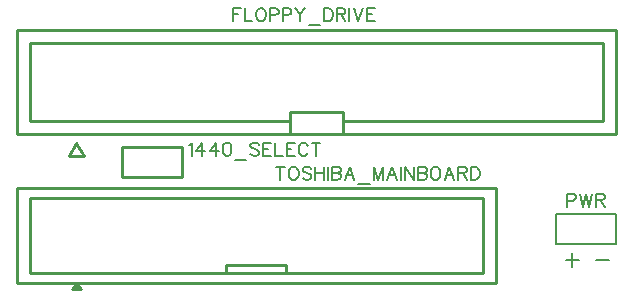
<source format=gto>
G04 Layer: TopSilkscreenLayer*
G04 EasyEDA v6.5.5, 2022-06-09 08:05:29*
G04 69c24ae5296d417eb78979a02e7a08e9,9bf960991b9d4efa812b5d32ee5e6833,10*
G04 Gerber Generator version 0.2*
G04 Scale: 100 percent, Rotated: No, Reflected: No *
G04 Dimensions in millimeters *
G04 leading zeros omitted , absolute positions ,4 integer and 5 decimal *
%FSLAX45Y45*%
%MOMM*%

%ADD10C,0.2540*%
%ADD12C,0.2032*%
%ADD21C,0.1524*%

%LPD*%
D12*
X5619750Y7170673D02*
G01*
X5619750Y7056120D01*
X5562600Y7113523D02*
G01*
X5677154Y7113523D01*
X5817108Y7113523D02*
G01*
X5931661Y7113523D01*
D21*
X2374900Y8082787D02*
G01*
X2385313Y8088121D01*
X2400808Y8103615D01*
X2400808Y7994650D01*
X2487168Y8103615D02*
G01*
X2435097Y8030971D01*
X2513075Y8030971D01*
X2487168Y8103615D02*
G01*
X2487168Y7994650D01*
X2599436Y8103615D02*
G01*
X2547365Y8030971D01*
X2625343Y8030971D01*
X2599436Y8103615D02*
G01*
X2599436Y7994650D01*
X2690875Y8103615D02*
G01*
X2675127Y8098536D01*
X2664713Y8082787D01*
X2659634Y8056879D01*
X2659634Y8041386D01*
X2664713Y8015223D01*
X2675127Y7999729D01*
X2690875Y7994650D01*
X2701290Y7994650D01*
X2716784Y7999729D01*
X2727197Y8015223D01*
X2732277Y8041386D01*
X2732277Y8056879D01*
X2727197Y8082787D01*
X2716784Y8098536D01*
X2701290Y8103615D01*
X2690875Y8103615D01*
X2766568Y7958073D02*
G01*
X2860040Y7958073D01*
X2967227Y8088121D02*
G01*
X2956813Y8098536D01*
X2941320Y8103615D01*
X2920491Y8103615D01*
X2904743Y8098536D01*
X2894329Y8088121D01*
X2894329Y8077708D01*
X2899663Y8067294D01*
X2904743Y8061960D01*
X2915158Y8056879D01*
X2946400Y8046465D01*
X2956813Y8041386D01*
X2961893Y8036052D01*
X2967227Y8025637D01*
X2967227Y8010144D01*
X2956813Y7999729D01*
X2941320Y7994650D01*
X2920491Y7994650D01*
X2904743Y7999729D01*
X2894329Y8010144D01*
X3001518Y8103615D02*
G01*
X3001518Y7994650D01*
X3001518Y8103615D02*
G01*
X3069081Y8103615D01*
X3001518Y8051800D02*
G01*
X3042920Y8051800D01*
X3001518Y7994650D02*
G01*
X3069081Y7994650D01*
X3103372Y8103615D02*
G01*
X3103372Y7994650D01*
X3103372Y7994650D02*
G01*
X3165602Y7994650D01*
X3199891Y8103615D02*
G01*
X3199891Y7994650D01*
X3199891Y8103615D02*
G01*
X3267456Y8103615D01*
X3199891Y8051800D02*
G01*
X3241547Y8051800D01*
X3199891Y7994650D02*
G01*
X3267456Y7994650D01*
X3379724Y8077708D02*
G01*
X3374390Y8088121D01*
X3364229Y8098536D01*
X3353815Y8103615D01*
X3332988Y8103615D01*
X3322574Y8098536D01*
X3312159Y8088121D01*
X3307079Y8077708D01*
X3301745Y8061960D01*
X3301745Y8036052D01*
X3307079Y8020558D01*
X3312159Y8010144D01*
X3322574Y7999729D01*
X3332988Y7994650D01*
X3353815Y7994650D01*
X3364229Y7999729D01*
X3374390Y8010144D01*
X3379724Y8020558D01*
X3450336Y8103615D02*
G01*
X3450336Y7994650D01*
X3414013Y8103615D02*
G01*
X3486658Y8103615D01*
X2743200Y9243044D02*
G01*
X2743200Y9134078D01*
X2743200Y9243044D02*
G01*
X2810763Y9243044D01*
X2743200Y9191228D02*
G01*
X2784856Y9191228D01*
X2845054Y9243044D02*
G01*
X2845054Y9134078D01*
X2845054Y9134078D02*
G01*
X2907284Y9134078D01*
X2972815Y9243044D02*
G01*
X2962402Y9237964D01*
X2951988Y9227550D01*
X2946908Y9217136D01*
X2941574Y9201388D01*
X2941574Y9175480D01*
X2946908Y9159986D01*
X2951988Y9149572D01*
X2962402Y9139158D01*
X2972815Y9134078D01*
X2993643Y9134078D01*
X3004058Y9139158D01*
X3014472Y9149572D01*
X3019552Y9159986D01*
X3024886Y9175480D01*
X3024886Y9201388D01*
X3019552Y9217136D01*
X3014472Y9227550D01*
X3004058Y9237964D01*
X2993643Y9243044D01*
X2972815Y9243044D01*
X3059175Y9243044D02*
G01*
X3059175Y9134078D01*
X3059175Y9243044D02*
G01*
X3105911Y9243044D01*
X3121406Y9237964D01*
X3126740Y9232630D01*
X3131820Y9222216D01*
X3131820Y9206722D01*
X3126740Y9196308D01*
X3121406Y9191228D01*
X3105911Y9185894D01*
X3059175Y9185894D01*
X3166109Y9243044D02*
G01*
X3166109Y9134078D01*
X3166109Y9243044D02*
G01*
X3212845Y9243044D01*
X3228340Y9237964D01*
X3233674Y9232630D01*
X3238754Y9222216D01*
X3238754Y9206722D01*
X3233674Y9196308D01*
X3228340Y9191228D01*
X3212845Y9185894D01*
X3166109Y9185894D01*
X3273043Y9243044D02*
G01*
X3314700Y9191228D01*
X3314700Y9134078D01*
X3356356Y9243044D02*
G01*
X3314700Y9191228D01*
X3390645Y9097502D02*
G01*
X3484118Y9097502D01*
X3518408Y9243044D02*
G01*
X3518408Y9134078D01*
X3518408Y9243044D02*
G01*
X3554729Y9243044D01*
X3570224Y9237964D01*
X3580638Y9227550D01*
X3585972Y9217136D01*
X3591052Y9201388D01*
X3591052Y9175480D01*
X3585972Y9159986D01*
X3580638Y9149572D01*
X3570224Y9139158D01*
X3554729Y9134078D01*
X3518408Y9134078D01*
X3625341Y9243044D02*
G01*
X3625341Y9134078D01*
X3625341Y9243044D02*
G01*
X3672077Y9243044D01*
X3687825Y9237964D01*
X3692906Y9232630D01*
X3698240Y9222216D01*
X3698240Y9211802D01*
X3692906Y9201388D01*
X3687825Y9196308D01*
X3672077Y9191228D01*
X3625341Y9191228D01*
X3661663Y9191228D02*
G01*
X3698240Y9134078D01*
X3732529Y9243044D02*
G01*
X3732529Y9134078D01*
X3766820Y9243044D02*
G01*
X3808222Y9134078D01*
X3849877Y9243044D02*
G01*
X3808222Y9134078D01*
X3884168Y9243044D02*
G01*
X3884168Y9134078D01*
X3884168Y9243044D02*
G01*
X3951731Y9243044D01*
X3884168Y9191228D02*
G01*
X3925570Y9191228D01*
X3884168Y9134078D02*
G01*
X3951731Y9134078D01*
X3147822Y7900415D02*
G01*
X3147822Y7791450D01*
X3111500Y7900415D02*
G01*
X3184143Y7900415D01*
X3249675Y7900415D02*
G01*
X3239261Y7895336D01*
X3228847Y7884921D01*
X3223768Y7874508D01*
X3218434Y7858760D01*
X3218434Y7832852D01*
X3223768Y7817358D01*
X3228847Y7806944D01*
X3239261Y7796529D01*
X3249675Y7791450D01*
X3270504Y7791450D01*
X3280918Y7796529D01*
X3291331Y7806944D01*
X3296411Y7817358D01*
X3301745Y7832852D01*
X3301745Y7858760D01*
X3296411Y7874508D01*
X3291331Y7884921D01*
X3280918Y7895336D01*
X3270504Y7900415D01*
X3249675Y7900415D01*
X3408679Y7884921D02*
G01*
X3398265Y7895336D01*
X3382772Y7900415D01*
X3361943Y7900415D01*
X3346450Y7895336D01*
X3336036Y7884921D01*
X3336036Y7874508D01*
X3341115Y7864094D01*
X3346450Y7858760D01*
X3356609Y7853679D01*
X3387852Y7843265D01*
X3398265Y7838186D01*
X3403600Y7832852D01*
X3408679Y7822437D01*
X3408679Y7806944D01*
X3398265Y7796529D01*
X3382772Y7791450D01*
X3361943Y7791450D01*
X3346450Y7796529D01*
X3336036Y7806944D01*
X3442970Y7900415D02*
G01*
X3442970Y7791450D01*
X3515613Y7900415D02*
G01*
X3515613Y7791450D01*
X3442970Y7848600D02*
G01*
X3515613Y7848600D01*
X3549904Y7900415D02*
G01*
X3549904Y7791450D01*
X3584193Y7900415D02*
G01*
X3584193Y7791450D01*
X3584193Y7900415D02*
G01*
X3630929Y7900415D01*
X3646677Y7895336D01*
X3651758Y7890002D01*
X3657091Y7879587D01*
X3657091Y7869173D01*
X3651758Y7858760D01*
X3646677Y7853679D01*
X3630929Y7848600D01*
X3584193Y7848600D02*
G01*
X3630929Y7848600D01*
X3646677Y7843265D01*
X3651758Y7838186D01*
X3657091Y7827771D01*
X3657091Y7812023D01*
X3651758Y7801610D01*
X3646677Y7796529D01*
X3630929Y7791450D01*
X3584193Y7791450D01*
X3732784Y7900415D02*
G01*
X3691381Y7791450D01*
X3732784Y7900415D02*
G01*
X3774440Y7791450D01*
X3706875Y7827771D02*
G01*
X3758945Y7827771D01*
X3808729Y7754873D02*
G01*
X3902202Y7754873D01*
X3936491Y7900415D02*
G01*
X3936491Y7791450D01*
X3936491Y7900415D02*
G01*
X3978147Y7791450D01*
X4019550Y7900415D02*
G01*
X3978147Y7791450D01*
X4019550Y7900415D02*
G01*
X4019550Y7791450D01*
X4095495Y7900415D02*
G01*
X4053840Y7791450D01*
X4095495Y7900415D02*
G01*
X4137152Y7791450D01*
X4069588Y7827771D02*
G01*
X4121404Y7827771D01*
X4171441Y7900415D02*
G01*
X4171441Y7791450D01*
X4205731Y7900415D02*
G01*
X4205731Y7791450D01*
X4205731Y7900415D02*
G01*
X4278375Y7791450D01*
X4278375Y7900415D02*
G01*
X4278375Y7791450D01*
X4312665Y7900415D02*
G01*
X4312665Y7791450D01*
X4312665Y7900415D02*
G01*
X4359402Y7900415D01*
X4375150Y7895336D01*
X4380229Y7890002D01*
X4385309Y7879587D01*
X4385309Y7869173D01*
X4380229Y7858760D01*
X4375150Y7853679D01*
X4359402Y7848600D01*
X4312665Y7848600D02*
G01*
X4359402Y7848600D01*
X4375150Y7843265D01*
X4380229Y7838186D01*
X4385309Y7827771D01*
X4385309Y7812023D01*
X4380229Y7801610D01*
X4375150Y7796529D01*
X4359402Y7791450D01*
X4312665Y7791450D01*
X4450841Y7900415D02*
G01*
X4440427Y7895336D01*
X4430013Y7884921D01*
X4424934Y7874508D01*
X4419600Y7858760D01*
X4419600Y7832852D01*
X4424934Y7817358D01*
X4430013Y7806944D01*
X4440427Y7796529D01*
X4450841Y7791450D01*
X4471670Y7791450D01*
X4482084Y7796529D01*
X4492497Y7806944D01*
X4497577Y7817358D01*
X4502911Y7832852D01*
X4502911Y7858760D01*
X4497577Y7874508D01*
X4492497Y7884921D01*
X4482084Y7895336D01*
X4471670Y7900415D01*
X4450841Y7900415D01*
X4578604Y7900415D02*
G01*
X4537202Y7791450D01*
X4578604Y7900415D02*
G01*
X4620259Y7791450D01*
X4552695Y7827771D02*
G01*
X4604765Y7827771D01*
X4654550Y7900415D02*
G01*
X4654550Y7791450D01*
X4654550Y7900415D02*
G01*
X4701286Y7900415D01*
X4716779Y7895336D01*
X4722113Y7890002D01*
X4727193Y7879587D01*
X4727193Y7869173D01*
X4722113Y7858760D01*
X4716779Y7853679D01*
X4701286Y7848600D01*
X4654550Y7848600D01*
X4690872Y7848600D02*
G01*
X4727193Y7791450D01*
X4761484Y7900415D02*
G01*
X4761484Y7791450D01*
X4761484Y7900415D02*
G01*
X4798059Y7900415D01*
X4813554Y7895336D01*
X4823968Y7884921D01*
X4829047Y7874508D01*
X4834381Y7858760D01*
X4834381Y7832852D01*
X4829047Y7817358D01*
X4823968Y7806944D01*
X4813554Y7796529D01*
X4798059Y7791450D01*
X4761484Y7791450D01*
X5575300Y7671815D02*
G01*
X5575300Y7562850D01*
X5575300Y7671815D02*
G01*
X5622036Y7671815D01*
X5637529Y7666736D01*
X5642863Y7661402D01*
X5647943Y7650987D01*
X5647943Y7635494D01*
X5642863Y7625079D01*
X5637529Y7620000D01*
X5622036Y7614665D01*
X5575300Y7614665D01*
X5682234Y7671815D02*
G01*
X5708395Y7562850D01*
X5734304Y7671815D02*
G01*
X5708395Y7562850D01*
X5734304Y7671815D02*
G01*
X5760211Y7562850D01*
X5786120Y7671815D02*
G01*
X5760211Y7562850D01*
X5820409Y7671815D02*
G01*
X5820409Y7562850D01*
X5820409Y7671815D02*
G01*
X5867400Y7671815D01*
X5882893Y7666736D01*
X5887974Y7661402D01*
X5893308Y7650987D01*
X5893308Y7640573D01*
X5887974Y7630160D01*
X5882893Y7625079D01*
X5867400Y7620000D01*
X5820409Y7620000D01*
X5856986Y7620000D02*
G01*
X5893308Y7562850D01*
D10*
X1803400Y8064500D02*
G01*
X2311400Y8064500D01*
X2311400Y7810500D01*
X1803400Y7810500D01*
X1803400Y8064500D01*
X5991877Y9059981D02*
G01*
X5991877Y8179983D01*
X5876876Y8949982D02*
G01*
X5876876Y8289980D01*
X913874Y9059981D02*
G01*
X5991877Y9059981D01*
X913874Y8179983D02*
G01*
X913874Y9059981D01*
X1028875Y8289983D02*
G01*
X1028875Y8949984D01*
X1028875Y8949984D02*
G01*
X5876876Y8949984D01*
X1028875Y8289980D02*
G01*
X3227875Y8289980D01*
X3677876Y8289980D02*
G01*
X5876876Y8289980D01*
X913874Y8179983D02*
G01*
X5991877Y8179983D01*
X3677879Y8365982D02*
G01*
X3677879Y8179983D01*
X3227872Y8365982D02*
G01*
X3227872Y8179983D01*
X3227872Y8365982D02*
G01*
X3677879Y8365982D01*
X1420876Y8104771D02*
G01*
X1360263Y7992196D01*
X1481485Y7992196D01*
X1420876Y8104771D01*
X1432560Y6888185D02*
G01*
X1419860Y6900885D01*
X1419860Y6900885D02*
G01*
X1381760Y6862785D01*
X1457960Y6862785D01*
X1432560Y6888185D01*
X2689859Y7015185D02*
G01*
X2689859Y7065985D01*
X3197859Y7065985D01*
X3197859Y7015185D01*
X913866Y7719984D02*
G01*
X4973878Y7719984D01*
X4973878Y6919986D01*
X913866Y6919986D01*
X913866Y7719984D01*
X1023848Y7634996D02*
G01*
X4863845Y7634996D01*
X4863845Y7004999D01*
X1023848Y7004999D01*
X1023848Y7634996D01*
D12*
X5991859Y7501381D02*
G01*
X5991859Y7249921D01*
X5483859Y7249921D01*
X5483859Y7501381D01*
X5991859Y7501381D01*
M02*

</source>
